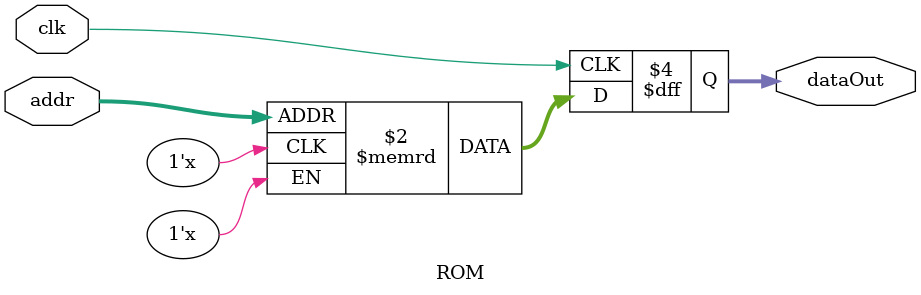
<source format=v>
`timescale 1ns / 1ps
module ROM #( parameter DATA_WIDTH = 32, ADDRESS_WIDTH = 12, DEPTH = 4096, MEMFILE = "") (
    input wire clk,
    input wire [ADDRESS_WIDTH-1:0] addr,
    output reg [DATA_WIDTH-1:0] dataOut);
    
    reg[DATA_WIDTH-1:0] MemoryArray[0:DEPTH-1];
    
    initial begin
        if(MEMFILE != "") begin
            $readmemb(MEMFILE, MemoryArray);
        end
    end
    
    always @(posedge clk) begin
        dataOut <= MemoryArray[addr];
    end
endmodule

</source>
